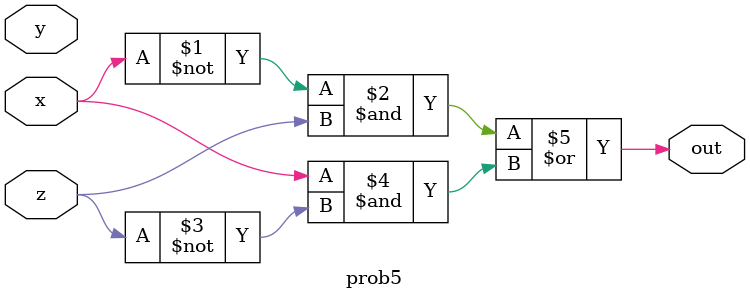
<source format=v>
module prob5 (input x, input y, input z, output out);

  assign out = (~x & z) | (x & ~z);

endmodule
</source>
